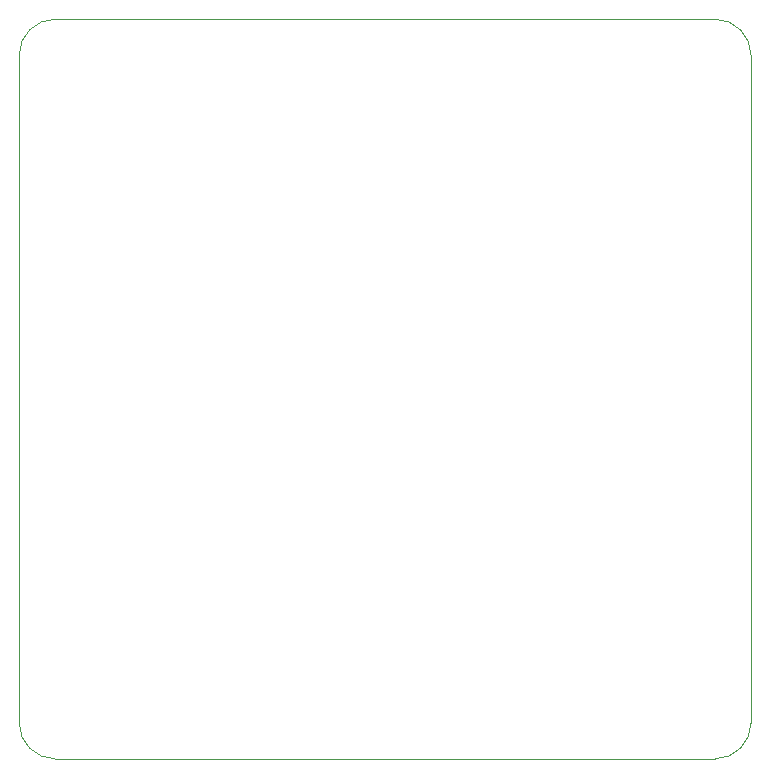
<source format=gbr>
G04 #@! TF.GenerationSoftware,KiCad,Pcbnew,(5.1.5-0-10_14)*
G04 #@! TF.CreationDate,2020-03-13T23:12:58-07:00*
G04 #@! TF.ProjectId,SigGenAdapter,53696747-656e-4416-9461-707465722e6b,rev?*
G04 #@! TF.SameCoordinates,Original*
G04 #@! TF.FileFunction,Profile,NP*
%FSLAX46Y46*%
G04 Gerber Fmt 4.6, Leading zero omitted, Abs format (unit mm)*
G04 Created by KiCad (PCBNEW (5.1.5-0-10_14)) date 2020-03-13 23:12:58*
%MOMM*%
%LPD*%
G04 APERTURE LIST*
%ADD10C,0.120000*%
G04 APERTURE END LIST*
D10*
X128270000Y-113919000D02*
G75*
G02X125222000Y-116967000I-3048000J0D01*
G01*
X69342000Y-116967000D02*
G75*
G02X66294000Y-113919000I0J3048000D01*
G01*
X66294000Y-57404000D02*
G75*
G02X69342000Y-54356000I3048000J0D01*
G01*
X125222000Y-54356000D02*
G75*
G02X128270000Y-57404000I0J-3048000D01*
G01*
X66294000Y-57404000D02*
X66294000Y-113919000D01*
X125222000Y-54356000D02*
X69342000Y-54356000D01*
X128270000Y-113919000D02*
X128270000Y-57404000D01*
X69342000Y-116967000D02*
X125222000Y-116967000D01*
M02*

</source>
